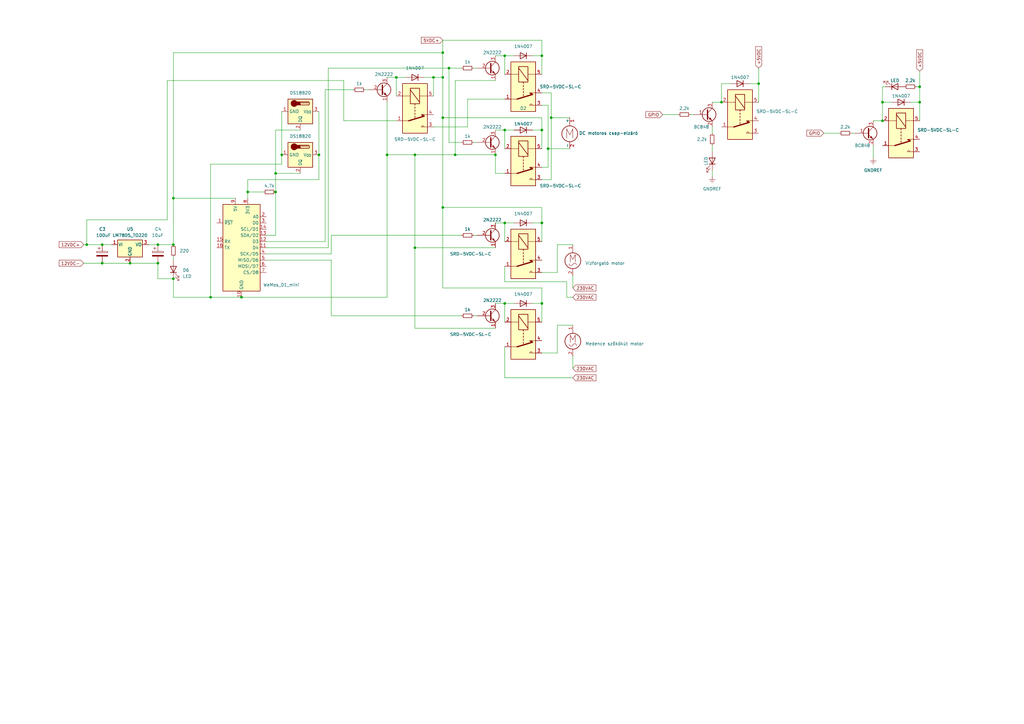
<source format=kicad_sch>
(kicad_sch (version 20230121) (generator eeschema)
  (paper "A3")
  (lib_symbols
    (symbol "Device:C_Polarized" (pin_numbers hide) (pin_names (offset 0.254))
      (property "Reference" "C" (at 0.635 2.54 0))
      (property "Value" "C_Polarized" (at 0.635 -2.54 0))
      (symbol "C_Polarized_0_1"
        (rectangle (start -2.286 0.508) (end 2.286 1.016))
        (polyline (pts (xy -1.778 2.286) (xy -0.762 2.286)))
        (polyline (pts (xy -1.27 2.794) (xy -1.27 1.778)))
        (rectangle (start 2.286 -0.508) (end -2.286 -1.016) (fill (type outline)))
      )
      (symbol "C_Polarized_1_1"
        (pin passive line (at 0 3.81 270) (length 2.794) (name "~") (number "1"))
        (pin passive line (at 0 -3.81 90) (length 2.794) (name "~") (number "2"))
      )
    )
    (symbol "Device:LED" (pin_numbers hide) (pin_names (offset 1.016) hide)
      (property "Reference" "D" (at 0 2.54 0))
      (property "Value" "LED" (at 0 -2.54 0))
      (symbol "LED_0_1"
        (polyline (pts (xy -1.27 -1.27) (xy -1.27 1.27)) (stroke (width 0.254)))
        (polyline (pts (xy -1.27 0) (xy 1.27 0)))
        (polyline (pts (xy 1.27 -1.27) (xy 1.27 1.27) (xy -1.27 0) (xy 1.27 -1.27)) (stroke (width 0.254)))
        (polyline (pts (xy -3.048 -0.762) (xy -4.572 -2.286) (xy -3.81 -2.286) (xy -4.572 -2.286) (xy -4.572 -1.524)))
        (polyline (pts (xy -1.778 -0.762) (xy -3.302 -2.286) (xy -2.54 -2.286) (xy -3.302 -2.286) (xy -3.302 -1.524)))
      )
      (symbol "LED_1_1"
        (pin passive line (at -3.81 0 0) (length 2.54) (name "K") (number "1"))
        (pin passive line (at 3.81 0 180) (length 2.54) (name "A") (number "2"))
      )
    )
    (symbol "Device:R_Small" (pin_numbers hide) (pin_names (offset 0.254) hide)
      (property "Reference" "R" (at 0.762 0.508 0))
      (property "Value" "R_Small" (at 0.762 -1.016 0))
      (symbol "R_Small_0_1"
        (rectangle (start -0.762 1.778) (end 0.762 -1.778) (stroke (width 0.2032)))
      )
      (symbol "R_Small_1_1"
        (pin passive line (at 0 2.54 270) (length 0.762) (name "~") (number "1"))
        (pin passive line (at 0 -2.54 90) (length 0.762) (name "~") (number "2"))
      )
    )
    (symbol "Diode:1N4007" (pin_numbers hide) (pin_names hide)
      (property "Reference" "D" (at 0 2.54 0))
      (property "Value" "1N4007" (at 0 -2.54 0))
      (symbol "1N4007_0_1"
        (polyline (pts (xy -1.27 1.27) (xy -1.27 -1.27)) (stroke (width 0.254)))
        (polyline (pts (xy 1.27 0) (xy -1.27 0)))
        (polyline (pts (xy 1.27 1.27) (xy 1.27 -1.27) (xy -1.27 0) (xy 1.27 1.27)) (stroke (width 0.254)))
      )
      (symbol "1N4007_1_1"
        (pin passive line (at -3.81 0 0) (length 2.54) (name "K") (number "1"))
        (pin passive line (at 3.81 0 180) (length 2.54) (name "A") (number "2"))
      )
    )
    (symbol "MCU_Module:WeMos_D1_mini"
      (property "Reference" "U" (at 3.81 19.05 0))
      (property "Value" "WeMos_D1_mini" (at 1.27 -19.05 0))
      (symbol "WeMos_D1_mini_1_1"
        (rectangle (start -7.62 17.78) (end 7.62 -17.78) (stroke (width 0.254)) (fill (type background)))
        (pin input line (at -10.16 10.16 0) (length 2.54) (name "~{RST}") (number "1"))
        (pin power_in line (at 0 -20.32 90) (length 2.54) (name "GND") (number "10"))
        (pin bidirectional line (at 10.16 0 180) (length 2.54) (name "D4") (number "11"))
        (pin bidirectional line (at 10.16 2.54 180) (length 2.54) (name "D3") (number "12"))
        (pin bidirectional line (at 10.16 5.08 180) (length 2.54) (name "SDA/D2") (number "13"))
        (pin bidirectional line (at 10.16 7.62 180) (length 2.54) (name "SCL/D1") (number "14"))
        (pin input line (at -10.16 2.54 0) (length 2.54) (name "RX") (number "15"))
        (pin output line (at -10.16 0 0) (length 2.54) (name "TX") (number "16"))
        (pin input line (at 10.16 12.7 180) (length 2.54) (name "A0") (number "2"))
        (pin bidirectional line (at 10.16 10.16 180) (length 2.54) (name "D0") (number "3"))
        (pin bidirectional line (at 10.16 -2.54 180) (length 2.54) (name "SCK/D5") (number "4"))
        (pin bidirectional line (at 10.16 -5.08 180) (length 2.54) (name "MISO/D6") (number "5"))
        (pin bidirectional line (at 10.16 -7.62 180) (length 2.54) (name "MOSI/D7") (number "6"))
        (pin bidirectional line (at 10.16 -10.16 180) (length 2.54) (name "CS/D8") (number "7"))
        (pin power_out line (at 2.54 20.32 270) (length 2.54) (name "3V3") (number "8"))
        (pin power_in line (at -2.54 20.32 270) (length 2.54) (name "5V") (number "9"))
      )
    )
    (symbol "Motor:Motor_AC" (pin_names (offset 0))
      (property "Reference" "M" (at 2.54 2.54 0))
      (property "Value" "Motor_AC" (at 2.54 -5.08 0))
      (symbol "Motor_AC_0_0"
        (arc (start -1.524 -2.794) (mid -0.8654 -3.5217) (end 0 -3.048))
        (polyline (pts (xy -1.016 -2.032) (xy -1.016 1.016) (xy 0 -1.016) (xy 1.016 1.016) (xy 1.016 -2.032)))
        (arc (start 1.524 -3.302) (mid 0.85 -2.5503) (end 0 -3.048))
      )
      (symbol "Motor_AC_0_1"
        (circle (center 0 -1.524) (radius 3.2512) (stroke (width 0.254)))
        (polyline (pts (xy 0 -7.62) (xy 0 -7.112)))
        (polyline (pts (xy 0 -4.7752) (xy 0 -5.1816)))
        (polyline (pts (xy 0 1.7272) (xy 0 2.0828)))
        (polyline (pts (xy 0 2.032) (xy 0 2.54)))
      )
      (symbol "Motor_AC_1_1"
        (pin passive line (at 0 5.08 270) (length 2.54) (name "~") (number "1"))
        (pin passive line (at 0 -7.62 90) (length 2.54) (name "~") (number "2"))
      )
    )
    (symbol "Motor:Motor_DC" (pin_names (offset 0))
      (property "Reference" "M" (at 2.54 2.54 0))
      (property "Value" "Motor_DC" (at 2.54 -5.08 0))
      (symbol "Motor_DC_0_0"
        (polyline (pts (xy -1.27 -3.302) (xy -1.27 0.508) (xy 0 -2.032) (xy 1.27 0.508) (xy 1.27 -3.302)))
      )
      (symbol "Motor_DC_0_1"
        (circle (center 0 -1.524) (radius 3.2512) (stroke (width 0.254)))
        (polyline (pts (xy 0 -7.62) (xy 0 -7.112)))
        (polyline (pts (xy 0 -4.7752) (xy 0 -5.1816)))
        (polyline (pts (xy 0 1.7272) (xy 0 2.0828)))
        (polyline (pts (xy 0 2.032) (xy 0 2.54)))
      )
      (symbol "Motor_DC_1_1"
        (pin passive line (at 0 5.08 270) (length 2.54) (name "+") (number "1"))
        (pin passive line (at 0 -7.62 90) (length 2.54) (name "-") (number "2"))
      )
    )
    (symbol "Regulator_Linear:LM7805_TO220" (pin_names (offset 0.254))
      (property "Reference" "U" (at -3.81 3.175 0))
      (property "Value" "LM7805_TO220" (at 0 3.175 0))
      (symbol "LM7805_TO220_0_1"
        (rectangle (start -5.08 1.905) (end 5.08 -5.08) (stroke (width 0.254)) (fill (type background)))
      )
      (symbol "LM7805_TO220_1_1"
        (pin power_in line (at -7.62 0 0) (length 2.54) (name "VI") (number "1"))
        (pin power_in line (at 0 -7.62 90) (length 2.54) (name "GND") (number "2"))
        (pin power_out line (at 7.62 0 180) (length 2.54) (name "VO") (number "3"))
      )
    )
    (symbol "Relay:SANYOU_SRD_Form_C"
      (property "Reference" "K" (at 11.43 3.81 0))
      (property "Value" "SANYOU_SRD_Form_C" (at 11.43 1.27 0))
      (symbol "SANYOU_SRD_Form_C_0_0"
        (polyline (pts (xy 7.62 5.08) (xy 7.62 2.54) (xy 6.985 3.175) (xy 7.62 3.81)))
      )
      (symbol "SANYOU_SRD_Form_C_0_1"
        (rectangle (start -10.16 5.08) (end 10.16 -5.08) (stroke (width 0.254)) (fill (type background)))
        (rectangle (start -8.255 1.905) (end -1.905 -1.905) (stroke (width 0.254)))
        (polyline (pts (xy -7.62 -1.905) (xy -2.54 1.905)) (stroke (width 0.254)))
        (polyline (pts (xy -5.08 -5.08) (xy -5.08 -1.905)))
        (polyline (pts (xy -5.08 5.08) (xy -5.08 1.905)))
        (polyline (pts (xy -1.905 0) (xy -1.27 0)) (stroke (width 0.254)))
        (polyline (pts (xy -0.635 0) (xy 0 0)) (stroke (width 0.254)))
        (polyline (pts (xy 0.635 0) (xy 1.27 0)) (stroke (width 0.254)))
        (polyline (pts (xy 1.905 0) (xy 2.54 0)) (stroke (width 0.254)))
        (polyline (pts (xy 3.175 0) (xy 3.81 0)) (stroke (width 0.254)))
        (polyline (pts (xy 5.08 -2.54) (xy 3.175 3.81)) (stroke (width 0.508)))
        (polyline (pts (xy 5.08 -2.54) (xy 5.08 -5.08)))
      )
      (symbol "SANYOU_SRD_Form_C_1_1"
        (polyline (pts (xy 2.54 3.81) (xy 3.175 3.175) (xy 2.54 2.54) (xy 2.54 5.08)) (fill (type outline)))
        (pin passive line (at 5.08 -7.62 90) (length 2.54) (name "~") (number "1"))
        (pin passive line (at -5.08 -7.62 90) (length 2.54) (name "~") (number "2"))
        (pin passive line (at 7.62 7.62 270) (length 2.54) (name "~") (number "3"))
        (pin passive line (at 2.54 7.62 270) (length 2.54) (name "~") (number "4"))
        (pin passive line (at -5.08 7.62 270) (length 2.54) (name "~") (number "5"))
      )
    )
    (symbol "Sensor_Temperature:DS18B20"
      (property "Reference" "U" (at -3.81 6.35 0))
      (property "Value" "DS18B20" (at 6.35 6.35 0))
      (symbol "DS18B20_0_1"
        (rectangle (start -5.08 5.08) (end 5.08 -5.08) (stroke (width 0.254)) (fill (type background)))
        (circle (center -3.302 -2.54) (radius 1.27) (stroke (width 0.254)) (fill (type outline)))
        (rectangle (start -2.667 -1.905) (end -3.937 0) (stroke (width 0.254)) (fill (type outline)))
        (arc (start -2.667 3.175) (mid -3.302 3.8073) (end -3.937 3.175) (stroke (width 0.254)))
        (polyline (pts (xy -3.937 0.635) (xy -3.302 0.635)) (stroke (width 0.254)))
        (polyline (pts (xy -3.937 1.27) (xy -3.302 1.27)) (stroke (width 0.254)))
        (polyline (pts (xy -3.937 1.905) (xy -3.302 1.905)) (stroke (width 0.254)))
        (polyline (pts (xy -3.937 2.54) (xy -3.302 2.54)) (stroke (width 0.254)))
        (polyline (pts (xy -3.937 3.175) (xy -3.937 0)) (stroke (width 0.254)))
        (polyline (pts (xy -3.937 3.175) (xy -3.302 3.175)) (stroke (width 0.254)))
        (polyline (pts (xy -2.667 3.175) (xy -2.667 0)) (stroke (width 0.254)))
      )
      (symbol "DS18B20_1_1"
        (pin power_in line (at 0 -7.62 90) (length 2.54) (name "GND") (number "1"))
        (pin bidirectional line (at 7.62 0 180) (length 2.54) (name "DQ") (number "2"))
        (pin power_in line (at 0 7.62 270) (length 2.54) (name "V_{DD}") (number "3"))
      )
    )
    (symbol "Transistor_BJT:2N2219" (pin_names (offset 0) hide)
      (property "Reference" "Q" (at 5.08 1.905 0))
      (property "Value" "2N2219" (at 5.08 0 0))
      (symbol "2N2219_0_1"
        (polyline (pts (xy 0.635 0.635) (xy 2.54 2.54)))
        (polyline (pts (xy 0.635 -0.635) (xy 2.54 -2.54) (xy 2.54 -2.54)))
        (polyline (pts (xy 0.635 1.905) (xy 0.635 -1.905) (xy 0.635 -1.905)) (stroke (width 0.508)))
        (polyline (pts (xy 1.27 -1.778) (xy 1.778 -1.27) (xy 2.286 -2.286) (xy 1.27 -1.778) (xy 1.27 -1.778)) (fill (type outline)))
        (circle (center 1.27 0) (radius 2.8194) (stroke (width 0.254)))
      )
      (symbol "2N2219_1_1"
        (pin passive line (at 2.54 -5.08 90) (length 2.54) (name "E") (number "1"))
        (pin passive line (at -5.08 0 0) (length 5.715) (name "B") (number "2"))
        (pin passive line (at 2.54 5.08 270) (length 2.54) (name "C") (number "3"))
      )
    )
    (symbol "Transistor_BJT:BC848" (pin_names (offset 0) hide)
      (property "Reference" "Q" (at 5.08 1.905 0))
      (property "Value" "BC848" (at 5.08 0 0))
      (symbol "BC848_0_1"
        (polyline (pts (xy 0.635 0.635) (xy 2.54 2.54)))
        (polyline (pts (xy 0.635 -0.635) (xy 2.54 -2.54) (xy 2.54 -2.54)))
        (polyline (pts (xy 0.635 1.905) (xy 0.635 -1.905) (xy 0.635 -1.905)) (stroke (width 0.508)))
        (polyline (pts (xy 1.27 -1.778) (xy 1.778 -1.27) (xy 2.286 -2.286) (xy 1.27 -1.778) (xy 1.27 -1.778)) (fill (type outline)))
        (circle (center 1.27 0) (radius 2.8194) (stroke (width 0.254)))
      )
      (symbol "BC848_1_1"
        (pin input line (at -5.08 0 0) (length 5.715) (name "B") (number "1"))
        (pin passive line (at 2.54 -5.08 90) (length 2.54) (name "E") (number "2"))
        (pin passive line (at 2.54 5.08 270) (length 2.54) (name "C") (number "3"))
      )
    )
    (symbol "power:GNDREF" (power) (pin_names (offset 0))
      (property "Value" "GNDREF" (at 0 -3.81 0))
      (symbol "GNDREF_0_1"
        (polyline (pts (xy -0.635 -1.905) (xy 0.635 -1.905)))
        (polyline (pts (xy -0.127 -2.54) (xy 0.127 -2.54)))
        (polyline (pts (xy 0 -1.27) (xy 0 0)))
        (polyline (pts (xy 1.27 -1.27) (xy -1.27 -1.27)))
      )
      (symbol "GNDREF_1_1"
        (pin power_in line (at 0 0 270) (length 0) hide (name "GNDREF") (number "1"))
      )
    )
  )
  (junction (at 86.36 121.92))
  (junction (at 99.06 121.92))
  (junction (at 222.25 91.44))
  (junction (at 207.01 53.34))
  (junction (at 181.61 31.75))
  (junction (at 184.15 27.94))
  (junction (at 207.01 22.86))
  (junction (at 35.56 100.33))
  (junction (at 170.18 101.6))
  (junction (at 113.03 78.74))
  (junction (at 222.25 53.34))
  (junction (at 162.56 31.75))
  (junction (at 71.12 100.33))
  (junction (at 181.61 48.26))
  (junction (at 207.01 124.46))
  (junction (at 53.34 107.95))
  (junction (at 222.25 124.46))
  (junction (at 377.19 41.91))
  (junction (at 64.77 107.95))
  (junction (at 181.61 21.59))
  (junction (at 226.06 48.26))
  (junction (at 115.57 63.5))
  (junction (at 181.61 85.09))
  (junction (at 361.95 41.91))
  (junction (at 71.12 81.28))
  (junction (at 224.79 60.96))
  (junction (at 41.91 100.33))
  (junction (at 170.18 63.5))
  (junction (at 113.03 71.12))
  (junction (at 377.19 35.56))
  (junction (at 295.91 41.91))
  (junction (at 186.69 63.5))
  (junction (at 207.01 91.44))
  (junction (at 361.95 49.53))
  (junction (at 311.15 34.29))
  (junction (at 177.8 31.75))
  (junction (at 203.2 63.5))
  (junction (at 41.91 107.95))
  (junction (at 158.75 63.5))
  (junction (at 222.25 22.86))
  (junction (at 101.6 78.74))
  (junction (at 64.77 100.33))
  (junction (at 71.12 114.3))
  (junction (at 130.81 63.5))
  (wire (pts (xy 189.23 58.42) (xy 184.15 58.42)))
  (wire (pts (xy 203.2 91.44) (xy 207.01 91.44)))
  (wire (pts (xy 60.96 100.33) (xy 64.77 100.33)))
  (wire (pts (xy 207.01 115.57) (xy 207.01 109.22)))
  (wire (pts (xy 177.8 31.75) (xy 173.99 31.75)))
  (wire (pts (xy 35.56 90.17) (xy 68.58 90.17)))
  (wire (pts (xy 207.01 142.24) (xy 207.01 154.94)))
  (wire (pts (xy 222.25 53.34) (xy 222.25 48.26)))
  (wire (pts (xy 218.44 124.46) (xy 222.25 124.46)))
  (wire (pts (xy 64.77 107.95) (xy 64.77 114.3)))
  (wire (pts (xy 203.2 124.46) (xy 207.01 124.46)))
  (wire (pts (xy 123.19 53.34) (xy 113.03 53.34)))
  (wire (pts (xy 363.22 35.56) (xy 361.95 35.56)))
  (wire (pts (xy 41.91 100.33) (xy 45.72 100.33)))
  (wire (pts (xy 130.81 63.5) (xy 130.81 73.66)))
  (wire (pts (xy 144.78 36.83) (xy 133.35 36.83)))
  (wire (pts (xy 41.91 107.95) (xy 53.34 107.95)))
  (wire (pts (xy 71.12 21.59) (xy 181.61 21.59)))
  (wire (pts (xy 358.14 49.53) (xy 361.95 49.53)))
  (wire (pts (xy 228.6 133.35) (xy 234.95 133.35)))
  (wire (pts (xy 134.62 27.94) (xy 134.62 101.6)))
  (wire (pts (xy 64.77 100.33) (xy 71.12 100.33)))
  (wire (pts (xy 203.2 53.34) (xy 207.01 53.34)))
  (wire (pts (xy 234.95 113.03) (xy 234.95 118.11)))
  (wire (pts (xy 207.01 124.46) (xy 210.82 124.46)))
  (wire (pts (xy 222.25 73.66) (xy 226.06 73.66)))
  (wire (pts (xy 133.35 36.83) (xy 133.35 99.06)))
  (wire (pts (xy 207.01 132.08) (xy 207.01 124.46)))
  (wire (pts (xy 222.25 91.44) (xy 218.44 91.44)))
  (wire (pts (xy 222.25 48.26) (xy 181.61 48.26)))
  (wire (pts (xy 113.03 96.52) (xy 113.03 78.74)))
  (wire (pts (xy 130.81 73.66) (xy 101.6 73.66)))
  (wire (pts (xy 140.97 33.02) (xy 140.97 49.53)))
  (wire (pts (xy 203.2 22.86) (xy 207.01 22.86)))
  (wire (pts (xy 71.12 81.28) (xy 71.12 21.59)))
  (wire (pts (xy 158.75 41.91) (xy 158.75 63.5)))
  (wire (pts (xy 115.57 45.72) (xy 115.57 63.5)))
  (wire (pts (xy 181.61 85.09) (xy 222.25 85.09)))
  (wire (pts (xy 101.6 78.74) (xy 107.95 78.74)))
  (wire (pts (xy 64.77 114.3) (xy 71.12 114.3)))
  (wire (pts (xy 222.25 144.78) (xy 228.6 144.78)))
  (wire (pts (xy 226.06 73.66) (xy 226.06 48.26)))
  (wire (pts (xy 135.89 129.54) (xy 135.89 106.68)))
  (wire (pts (xy 184.15 27.94) (xy 189.23 27.94)))
  (wire (pts (xy 99.06 121.92) (xy 86.36 121.92)))
  (wire (pts (xy 130.81 45.72) (xy 130.81 63.5)))
  (wire (pts (xy 71.12 81.28) (xy 71.12 100.33)))
  (wire (pts (xy 194.31 129.54) (xy 195.58 129.54)))
  (wire (pts (xy 194.31 27.94) (xy 195.58 27.94)))
  (wire (pts (xy 135.89 96.52) (xy 135.89 104.14)))
  (wire (pts (xy 222.25 85.09) (xy 222.25 91.44)))
  (wire (pts (xy 218.44 53.34) (xy 222.25 53.34)))
  (wire (pts (xy 207.01 154.94) (xy 234.95 154.94)))
  (wire (pts (xy 34.29 100.33) (xy 35.56 100.33)))
  (wire (pts (xy 377.19 35.56) (xy 377.19 41.91)))
  (wire (pts (xy 134.62 101.6) (xy 109.22 101.6)))
  (wire (pts (xy 158.75 31.75) (xy 162.56 31.75)))
  (wire (pts (xy 177.8 31.75) (xy 177.8 39.37)))
  (wire (pts (xy 307.34 34.29) (xy 311.15 34.29)))
  (wire (pts (xy 181.61 21.59) (xy 181.61 31.75)))
  (wire (pts (xy 207.01 22.86) (xy 210.82 22.86)))
  (wire (pts (xy 149.86 36.83) (xy 151.13 36.83)))
  (wire (pts (xy 109.22 96.52) (xy 113.03 96.52)))
  (wire (pts (xy 181.61 85.09) (xy 181.61 118.11)))
  (wire (pts (xy 361.95 49.53) (xy 361.95 41.91)))
  (wire (pts (xy 292.1 69.85) (xy 292.1 72.39)))
  (wire (pts (xy 162.56 39.37) (xy 162.56 31.75)))
  (wire (pts (xy 373.38 41.91) (xy 377.19 41.91)))
  (wire (pts (xy 35.56 100.33) (xy 41.91 100.33)))
  (wire (pts (xy 71.12 121.92) (xy 86.36 121.92)))
  (wire (pts (xy 232.41 121.92) (xy 232.41 115.57)))
  (wire (pts (xy 207.01 60.96) (xy 207.01 53.34)))
  (wire (pts (xy 194.31 58.42) (xy 195.58 58.42)))
  (wire (pts (xy 228.6 100.33) (xy 234.95 100.33)))
  (wire (pts (xy 71.12 105.41) (xy 71.12 106.68)))
  (wire (pts (xy 34.29 107.95) (xy 41.91 107.95)))
  (wire (pts (xy 222.25 118.11) (xy 222.25 124.46)))
  (wire (pts (xy 337.82 54.61) (xy 344.17 54.61)))
  (wire (pts (xy 292.1 52.07) (xy 292.1 54.61)))
  (wire (pts (xy 207.01 53.34) (xy 210.82 53.34)))
  (wire (pts (xy 271.78 46.99) (xy 278.13 46.99)))
  (wire (pts (xy 226.06 38.1) (xy 222.25 38.1)))
  (wire (pts (xy 115.57 63.5) (xy 115.57 67.31)))
  (wire (pts (xy 170.18 63.5) (xy 186.69 63.5)))
  (wire (pts (xy 101.6 73.66) (xy 101.6 78.74)))
  (wire (pts (xy 361.95 41.91) (xy 365.76 41.91)))
  (wire (pts (xy 222.25 60.96) (xy 222.25 53.34)))
  (wire (pts (xy 207.01 40.64) (xy 191.77 40.64)))
  (wire (pts (xy 203.2 71.12) (xy 203.2 63.5)))
  (wire (pts (xy 224.79 60.96) (xy 224.79 68.58)))
  (wire (pts (xy 358.14 59.69) (xy 358.14 64.77)))
  (wire (pts (xy 170.18 134.62) (xy 170.18 101.6)))
  (wire (pts (xy 71.12 81.28) (xy 96.52 81.28)))
  (wire (pts (xy 158.75 63.5) (xy 170.18 63.5)))
  (wire (pts (xy 234.95 121.92) (xy 232.41 121.92)))
  (wire (pts (xy 86.36 67.31) (xy 115.57 67.31)))
  (wire (pts (xy 207.01 99.06) (xy 207.01 91.44)))
  (wire (pts (xy 203.2 101.6) (xy 170.18 101.6)))
  (wire (pts (xy 207.01 91.44) (xy 210.82 91.44)))
  (wire (pts (xy 135.89 104.14) (xy 109.22 104.14)))
  (wire (pts (xy 186.69 33.02) (xy 186.69 63.5)))
  (wire (pts (xy 224.79 68.58) (xy 222.25 68.58)))
  (wire (pts (xy 35.56 100.33) (xy 35.56 90.17)))
  (wire (pts (xy 109.22 106.68) (xy 135.89 106.68)))
  (wire (pts (xy 228.6 111.76) (xy 228.6 100.33)))
  (wire (pts (xy 181.61 31.75) (xy 181.61 48.26)))
  (wire (pts (xy 191.77 52.07) (xy 177.8 52.07)))
  (wire (pts (xy 295.91 41.91) (xy 295.91 34.29)))
  (wire (pts (xy 377.19 29.21) (xy 377.19 35.56)))
  (wire (pts (xy 226.06 48.26) (xy 233.68 48.26)))
  (wire (pts (xy 186.69 33.02) (xy 203.2 33.02)))
  (wire (pts (xy 203.2 134.62) (xy 170.18 134.62)))
  (wire (pts (xy 295.91 34.29) (xy 299.72 34.29)))
  (wire (pts (xy 189.23 129.54) (xy 135.89 129.54)))
  (wire (pts (xy 283.21 46.99) (xy 284.48 46.99)))
  (wire (pts (xy 133.35 99.06) (xy 109.22 99.06)))
  (wire (pts (xy 207.01 71.12) (xy 203.2 71.12)))
  (wire (pts (xy 218.44 22.86) (xy 222.25 22.86)))
  (wire (pts (xy 177.8 31.75) (xy 181.61 31.75)))
  (wire (pts (xy 292.1 41.91) (xy 295.91 41.91)))
  (wire (pts (xy 228.6 144.78) (xy 228.6 133.35)))
  (wire (pts (xy 134.62 27.94) (xy 184.15 27.94)))
  (wire (pts (xy 226.06 48.26) (xy 226.06 38.1)))
  (wire (pts (xy 68.58 33.02) (xy 68.58 90.17)))
  (wire (pts (xy 158.75 121.92) (xy 158.75 63.5)))
  (wire (pts (xy 222.25 30.48) (xy 222.25 22.86)))
  (wire (pts (xy 68.58 33.02) (xy 140.97 33.02)))
  (wire (pts (xy 123.19 71.12) (xy 113.03 71.12)))
  (wire (pts (xy 222.25 111.76) (xy 228.6 111.76)))
  (wire (pts (xy 232.41 115.57) (xy 207.01 115.57)))
  (wire (pts (xy 224.79 43.18) (xy 224.79 60.96)))
  (wire (pts (xy 170.18 101.6) (xy 170.18 63.5)))
  (wire (pts (xy 311.15 27.94) (xy 311.15 34.29)))
  (wire (pts (xy 207.01 30.48) (xy 207.01 22.86)))
  (wire (pts (xy 311.15 34.29) (xy 311.15 41.91)))
  (wire (pts (xy 140.97 49.53) (xy 162.56 49.53)))
  (wire (pts (xy 181.61 48.26) (xy 181.61 85.09)))
  (wire (pts (xy 101.6 81.28) (xy 101.6 78.74)))
  (wire (pts (xy 184.15 58.42) (xy 184.15 27.94)))
  (wire (pts (xy 194.31 96.52) (xy 195.58 96.52)))
  (wire (pts (xy 162.56 31.75) (xy 166.37 31.75)))
  (wire (pts (xy 135.89 96.52) (xy 189.23 96.52)))
  (wire (pts (xy 181.61 16.51) (xy 181.61 21.59)))
  (wire (pts (xy 181.61 118.11) (xy 222.25 118.11)))
  (wire (pts (xy 113.03 53.34) (xy 113.03 71.12)))
  (wire (pts (xy 377.19 41.91) (xy 377.19 49.53)))
  (wire (pts (xy 99.06 121.92) (xy 158.75 121.92)))
  (wire (pts (xy 222.25 43.18) (xy 224.79 43.18)))
  (wire (pts (xy 361.95 35.56) (xy 361.95 41.91)))
  (wire (pts (xy 292.1 59.69) (xy 292.1 62.23)))
  (wire (pts (xy 191.77 40.64) (xy 191.77 52.07)))
  (wire (pts (xy 349.25 54.61) (xy 350.52 54.61)))
  (wire (pts (xy 375.92 35.56) (xy 377.19 35.56)))
  (wire (pts (xy 53.34 107.95) (xy 64.77 107.95)))
  (wire (pts (xy 222.25 99.06) (xy 222.25 91.44)))
  (wire (pts (xy 224.79 60.96) (xy 233.68 60.96)))
  (wire (pts (xy 86.36 121.92) (xy 86.36 67.31)))
  (wire (pts (xy 222.25 22.86) (xy 222.25 16.51)))
  (wire (pts (xy 113.03 71.12) (xy 113.03 78.74)))
  (wire (pts (xy 186.69 63.5) (xy 203.2 63.5)))
  (wire (pts (xy 222.25 16.51) (xy 181.61 16.51)))
  (wire (pts (xy 71.12 114.3) (xy 71.12 121.92)))
  (wire (pts (xy 234.95 146.05) (xy 234.95 151.13)))
  (wire (pts (xy 222.25 124.46) (xy 222.25 132.08)))
  (global_label "GPIO" (shape input) (at 337.82 54.61 180) (property "Intersheetrefs" "${INTERSHEET_REFS}" (effects hide)))
  (global_label "GPIO" (shape input) (at 271.78 46.99 180) (property "Intersheetrefs" "${INTERSHEET_REFS}" (effects hide)))
  (global_label "+5VDC" (shape input) (at 311.15 27.94 90) (property "Intersheetrefs" "${INTERSHEET_REFS}" (effects hide)))
  (global_label "12VDC+" (shape input) (at 34.29 100.33 180) (property "Intersheetrefs" "${INTERSHEET_REFS}" (effects hide)))
  (global_label "12VDC-" (shape input) (at 34.29 107.95 180) (property "Intersheetrefs" "${INTERSHEET_REFS}" (effects hide)))
  (global_label "5VDC+" (shape input) (at 181.61 16.51 180) (property "Intersheetrefs" "${INTERSHEET_REFS}" (effects hide)))
  (global_label "230VAC" (shape input) (at 234.95 151.13 0) (property "Intersheetrefs" "${INTERSHEET_REFS}" (effects hide)))
  (global_label "230VAC" (shape input) (at 234.95 154.94 0) (property "Intersheetrefs" "${INTERSHEET_REFS}" (effects hide)))
  (global_label "230VAC" (shape input) (at 234.95 118.11 0) (property "Intersheetrefs" "${INTERSHEET_REFS}" (effects hide)))
  (global_label "230VAC" (shape input) (at 234.95 121.92 0) (property "Intersheetrefs" "${INTERSHEET_REFS}" (effects hide)))
  (global_label "+5VDC" (shape input) (at 377.19 29.21 90) (property "Intersheetrefs" "${INTERSHEET_REFS}" (effects hide)))
  (symbol (lib_id "Device:LED") (at 367.03 35.56 0) (mirror x) (unit 1)
    (property "Reference" "D8" (effects hide))
    (property "Value" "LED" (at 367.03 33.02 0))
  )
  (symbol (lib_id "Diode:1N4007") (at 369.57 41.91 180) (unit 1)
    (property "Reference" "D7" (effects hide))
    (property "Value" "1N4007" (at 369.57 39.37 0))
    (property "Footprint" "Diode_THT:D_DO-41_SOD81_P10.16mm_Horizontal" (effects hide))
    (property "Datasheet" "http://www.vishay.com/docs/88503/1n4001.pdf" (effects hide))
    (property "Sim.Device" "D" (effects hide))
    (property "Sim.Pins" "1=K 2=A" (effects hide))
  )
  (symbol (lib_id "Transistor_BJT:2N2219") (at 200.66 27.94 0) (unit 1)
    (property "Reference" "Q2" (effects hide))
    (property "Value" "2N2222" (at 198.12 21.59 0) (effects (justify left)))
    (property "Footprint" "Package_TO_SOT_THT:TO-39-3" (effects hide))
    (property "Datasheet" "http://www.onsemi.com/pub_link/Collateral/2N2219-D.PDF" (effects hide))
  )
  (symbol (lib_id "Transistor_BJT:2N2219") (at 200.66 129.54 0) (unit 1)
    (property "Reference" "Q5" (effects hide))
    (property "Value" "2N2222" (at 198.12 123.19 0) (effects (justify left)))
    (property "Footprint" "Package_TO_SOT_THT:TO-39-3" (effects hide))
    (property "Datasheet" "http://www.onsemi.com/pub_link/Collateral/2N2219-D.PDF" (effects hide))
  )
  (symbol (lib_id "Device:R_Small") (at 191.77 27.94 270) (unit 1)
    (property "Reference" "R2" (effects hide))
    (property "Value" "1k" (at 191.77 25.4 90))
  )
  (symbol (lib_id "Relay:SANYOU_SRD_Form_C") (at 170.18 44.45 270) (unit 1)
    (property "Reference" "K2" (effects hide))
    (property "Value" "SRD-5VDC-SL-C" (at 170.18 57.15 90))
    (property "Footprint" "Relay_THT:Relay_SPDT_SANYOU_SRD_Series_Form_C" (effects hide))
    (property "Datasheet" "http://www.sanyourelay.ca/public/products/pdf/SRD.pdf" (effects hide))
  )
  (symbol (lib_id "Relay:SANYOU_SRD_Form_C") (at 214.63 137.16 270) (unit 1)
    (property "Reference" "K5" (effects hide))
    (property "Value" "SRD-5VDC-SL-C" (at 193.04 137.16 90))
    (property "Footprint" "Relay_THT:Relay_SPDT_SANYOU_SRD_Series_Form_C" (effects hide))
    (property "Datasheet" "http://www.sanyourelay.ca/public/products/pdf/SRD.pdf" (effects hide))
  )
  (symbol (lib_id "Motor:Motor_DC") (at 233.68 53.34 0) (unit 1)
    (property "Reference" "M1" (effects hide))
    (property "Value" "DC motoros csap-elzáró" (at 237.49 54.61 0) (effects (justify left)))
  )
  (symbol (lib_id "Transistor_BJT:2N2219") (at 200.66 58.42 0) (unit 1)
    (property "Reference" "Q1" (effects hide))
    (property "Value" "2N2222" (at 198.12 52.07 0) (effects (justify left)))
    (property "Footprint" "Package_TO_SOT_THT:TO-39-3" (effects hide))
    (property "Datasheet" "http://www.onsemi.com/pub_link/Collateral/2N2219-D.PDF" (effects hide))
  )
  (symbol (lib_id "Relay:SANYOU_SRD_Form_C") (at 214.63 104.14 270) (unit 1)
    (property "Reference" "K4" (effects hide))
    (property "Value" "SRD-5VDC-SL-C" (at 193.04 104.14 90))
    (property "Footprint" "Relay_THT:Relay_SPDT_SANYOU_SRD_Series_Form_C" (effects hide))
    (property "Datasheet" "http://www.sanyourelay.ca/public/products/pdf/SRD.pdf" (effects hide))
  )
  (symbol (lib_id "Device:R_Small") (at 191.77 129.54 270) (unit 1)
    (property "Reference" "R6" (effects hide))
    (property "Value" "1k" (at 191.77 127 90))
  )
  (symbol (lib_id "Transistor_BJT:2N2219") (at 156.21 36.83 0) (unit 1)
    (property "Reference" "Q3" (effects hide))
    (property "Value" "2N2222" (at 153.67 30.48 0) (effects (justify left)))
    (property "Footprint" "Package_TO_SOT_THT:TO-39-3" (effects hide))
    (property "Datasheet" "http://www.onsemi.com/pub_link/Collateral/2N2219-D.PDF" (effects hide))
  )
  (symbol (lib_id "Diode:1N4007") (at 214.63 22.86 180) (unit 1)
    (property "Reference" "D1" (effects hide))
    (property "Value" "1N4007" (at 214.63 19.05 0))
    (property "Footprint" "Diode_THT:D_DO-41_SOD81_P10.16mm_Horizontal" (effects hide))
    (property "Datasheet" "http://www.vishay.com/docs/88503/1n4001.pdf" (effects hide))
    (property "Sim.Device" "D" (effects hide))
    (property "Sim.Pins" "1=K 2=A" (effects hide))
  )
  (symbol (lib_id "Diode:1N4007") (at 214.63 53.34 180) (unit 1)
    (property "Reference" "D2" (at 214.63 44.45 0))
    (property "Value" "1N4007" (at 214.63 50.8 0))
    (property "Footprint" "Diode_THT:D_DO-41_SOD81_P10.16mm_Horizontal" (effects hide))
    (property "Datasheet" "http://www.vishay.com/docs/88503/1n4001.pdf" (effects hide))
    (property "Sim.Device" "D" (effects hide))
    (property "Sim.Pins" "1=K 2=A" (effects hide))
  )
  (symbol (lib_id "Device:R_Small") (at 292.1 57.15 180) (unit 1)
    (property "Reference" "R11" (effects hide))
    (property "Value" "2,2k" (at 285.75 57.15 0) (effects (justify right)))
  )
  (symbol (lib_id "Transistor_BJT:BC848") (at 289.56 46.99 0) (unit 1)
    (property "Reference" "Q7" (effects hide))
    (property "Value" "BC848" (at 284.48 52.07 0) (effects (justify left)))
    (property "Footprint" "Package_TO_SOT_SMD:SOT-23" (effects hide))
    (property "Datasheet" "http://www.infineon.com/dgdl/Infineon-BC847SERIES_BC848SERIES_BC849SERIES_BC850SERIES-DS-v01_01-en.pdf?fileId=db3a304314dca389011541d4630a1657" (effects hide))
  )
  (symbol (lib_id "Relay:SANYOU_SRD_Form_C") (at 214.63 35.56 270) (unit 1)
    (property "Reference" "K3" (effects hide))
    (property "Value" "SRD-5VDC-SL-C" (at 229.87 35.56 90))
    (property "Footprint" "Relay_THT:Relay_SPDT_SANYOU_SRD_Series_Form_C" (effects hide))
    (property "Datasheet" "http://www.sanyourelay.ca/public/products/pdf/SRD.pdf" (effects hide))
  )
  (symbol (lib_id "power:GNDREF") (at 358.14 64.77 0) (unit 1)
    (property "Reference" "#PWR01" (effects hide))
    (property "Value" "GNDREF" (at 358.14 69.85 0))
  )
  (symbol (lib_id "Transistor_BJT:2N2219") (at 200.66 96.52 0) (unit 1)
    (property "Reference" "Q4" (effects hide))
    (property "Value" "2N2222" (at 198.12 90.17 0) (effects (justify left)))
    (property "Footprint" "Package_TO_SOT_THT:TO-39-3" (effects hide))
    (property "Datasheet" "http://www.onsemi.com/pub_link/Collateral/2N2219-D.PDF" (effects hide))
  )
  (symbol (lib_id "Relay:SANYOU_SRD_Form_C") (at 369.57 54.61 270) (unit 1)
    (property "Reference" "K6" (effects hide))
    (property "Value" "SRD-5VDC-SL-C" (at 384.81 53.34 90))
    (property "Footprint" "Relay_THT:Relay_SPDT_SANYOU_SRD_Series_Form_C" (effects hide))
    (property "Datasheet" "http://www.sanyourelay.ca/public/products/pdf/SRD.pdf" (effects hide))
  )
  (symbol (lib_id "Transistor_BJT:BC848") (at 355.6 54.61 0) (unit 1)
    (property "Reference" "Q6" (effects hide))
    (property "Value" "BC848" (at 350.52 59.69 0) (effects (justify left)))
    (property "Footprint" "Package_TO_SOT_SMD:SOT-23" (effects hide))
    (property "Datasheet" "http://www.infineon.com/dgdl/Infineon-BC847SERIES_BC848SERIES_BC849SERIES_BC850SERIES-DS-v01_01-en.pdf?fileId=db3a304314dca389011541d4630a1657" (effects hide))
  )
  (symbol (lib_id "Device:R_Small") (at 191.77 58.42 270) (unit 1)
    (property "Reference" "R1" (effects hide))
    (property "Value" "1k" (at 191.77 55.88 90))
  )
  (symbol (lib_id "Device:R_Small") (at 147.32 36.83 270) (unit 1)
    (property "Reference" "R3" (effects hide))
    (property "Value" "1k" (at 147.32 34.29 90))
  )
  (symbol (lib_id "Device:R_Small") (at 346.71 54.61 90) (unit 1)
    (property "Reference" "R9" (effects hide))
    (property "Value" "2,2k" (at 346.71 52.07 90))
  )
  (symbol (lib_id "Device:R_Small") (at 280.67 46.99 90) (unit 1)
    (property "Reference" "R10" (effects hide))
    (property "Value" "2,2k" (at 280.67 44.45 90))
  )
  (symbol (lib_id "Diode:1N4007") (at 303.53 34.29 180) (unit 1)
    (property "Reference" "D10" (effects hide))
    (property "Value" "1N4007" (at 303.53 31.75 0))
    (property "Footprint" "Diode_THT:D_DO-41_SOD81_P10.16mm_Horizontal" (effects hide))
    (property "Datasheet" "http://www.vishay.com/docs/88503/1n4001.pdf" (effects hide))
    (property "Sim.Device" "D" (effects hide))
    (property "Sim.Pins" "1=K 2=A" (effects hide))
  )
  (symbol (lib_id "Sensor_Temperature:DS18B20") (at 123.19 63.5 270) (unit 1)
    (property "Reference" "U2" (effects hide))
    (property "Value" "DS18B20" (at 123.19 55.88 90))
    (property "Footprint" "Package_TO_SOT_THT:TO-92_Inline" (effects hide))
    (property "Datasheet" "http://datasheets.maximintegrated.com/en/ds/DS18B20.pdf" (effects hide))
  )
  (symbol (lib_id "Device:R_Small") (at 71.12 102.87 180) (unit 1)
    (property "Reference" "R7" (effects hide))
    (property "Value" "220" (at 73.66 102.87 0) (effects (justify right)))
  )
  (symbol (lib_id "Relay:SANYOU_SRD_Form_C") (at 214.63 66.04 270) (unit 1)
    (property "Reference" "K1" (effects hide))
    (property "Value" "SRD-5VDC-SL-C" (at 229.87 76.2 90))
    (property "Footprint" "Relay_THT:Relay_SPDT_SANYOU_SRD_Series_Form_C" (effects hide))
    (property "Datasheet" "http://www.sanyourelay.ca/public/products/pdf/SRD.pdf" (effects hide))
  )
  (symbol (lib_id "Regulator_Linear:LM7805_TO220") (at 53.34 100.33 0) (unit 1)
    (property "Reference" "U5" (at 53.34 93.98 0))
    (property "Value" "LM7805_TO220" (at 53.34 96.52 0))
    (property "Footprint" "Package_TO_SOT_THT:TO-220-3_Vertical" (effects hide))
    (property "Datasheet" "https://www.onsemi.cn/PowerSolutions/document/MC7800-D.PDF" (effects hide))
  )
  (symbol (lib_id "Motor:Motor_AC") (at 234.95 138.43 0) (unit 1)
    (property "Reference" "M3" (effects hide))
    (property "Value" "Medence szökőkút motor" (at 240.03 140.97 0) (effects (justify left)))
  )
  (symbol (lib_id "Device:C_Polarized") (at 41.91 104.14 0) (unit 1)
    (property "Reference" "C3" (at 40.64 93.98 0) (effects (justify left)))
    (property "Value" "100uF" (at 39.37 96.52 0) (effects (justify left)))
  )
  (symbol (lib_id "Device:C_Polarized") (at 64.77 104.14 0) (unit 1)
    (property "Reference" "C4" (at 63.5 93.98 0) (effects (justify left)))
    (property "Value" "10uF" (at 62.23 96.52 0) (effects (justify left)))
  )
  (symbol (lib_id "Device:LED") (at 71.12 110.49 90) (unit 1)
    (property "Reference" "D6" (at 74.93 110.8075 90) (effects (justify right)))
    (property "Value" "LED" (at 74.93 113.3475 90) (effects (justify right)))
  )
  (symbol (lib_id "Diode:1N4007") (at 214.63 91.44 180) (unit 1)
    (property "Reference" "D4" (effects hide))
    (property "Value" "1N4007" (at 214.63 87.63 0))
    (property "Footprint" "Diode_THT:D_DO-41_SOD81_P10.16mm_Horizontal" (effects hide))
    (property "Datasheet" "http://www.vishay.com/docs/88503/1n4001.pdf" (effects hide))
    (property "Sim.Device" "D" (effects hide))
    (property "Sim.Pins" "1=K 2=A" (effects hide))
  )
  (symbol (lib_id "Device:R_Small") (at 191.77 96.52 270) (unit 1)
    (property "Reference" "R5" (effects hide))
    (property "Value" "1k" (at 191.77 93.98 90))
  )
  (symbol (lib_id "Motor:Motor_AC") (at 234.95 105.41 0) (unit 1)
    (property "Reference" "M2" (effects hide))
    (property "Value" "Vízforgató motor" (at 240.03 107.95 0) (effects (justify left)))
  )
  (symbol (lib_id "Device:LED") (at 292.1 66.04 270) (mirror x) (unit 1)
    (property "Reference" "D9" (effects hide))
    (property "Value" "LED" (at 289.56 66.04 0))
  )
  (symbol (lib_id "Sensor_Temperature:DS18B20") (at 123.19 45.72 270) (unit 1)
    (property "Reference" "U3" (effects hide))
    (property "Value" "DS18B20" (at 123.19 38.1 90))
    (property "Footprint" "Package_TO_SOT_THT:TO-92_Inline" (effects hide))
    (property "Datasheet" "http://datasheets.maximintegrated.com/en/ds/DS18B20.pdf" (effects hide))
  )
  (symbol (lib_id "Diode:1N4007") (at 214.63 124.46 180) (unit 1)
    (property "Reference" "D5" (effects hide))
    (property "Value" "1N4007" (at 214.63 120.65 0))
    (property "Footprint" "Diode_THT:D_DO-41_SOD81_P10.16mm_Horizontal" (effects hide))
    (property "Datasheet" "http://www.vishay.com/docs/88503/1n4001.pdf" (effects hide))
    (property "Sim.Device" "D" (effects hide))
    (property "Sim.Pins" "1=K 2=A" (effects hide))
  )
  (symbol (lib_id "power:GNDREF") (at 292.1 72.39 0) (unit 1)
    (property "Reference" "#PWR02" (effects hide))
    (property "Value" "GNDREF" (at 292.1 77.47 0))
  )
  (symbol (lib_id "Device:R_Small") (at 110.49 78.74 270) (unit 1)
    (property "Reference" "R4" (effects hide))
    (property "Value" "4,7k" (at 110.49 76.2 90))
  )
  (symbol (lib_id "Diode:1N4007") (at 170.18 31.75 180) (unit 1)
    (property "Reference" "D3" (effects hide))
    (property "Value" "1N4007" (at 170.18 27.94 0))
    (property "Footprint" "Diode_THT:D_DO-41_SOD81_P10.16mm_Horizontal" (effects hide))
    (property "Datasheet" "http://www.vishay.com/docs/88503/1n4001.pdf" (effects hide))
    (property "Sim.Device" "D" (effects hide))
    (property "Sim.Pins" "1=K 2=A" (effects hide))
  )
  (symbol (lib_id "Relay:SANYOU_SRD_Form_C") (at 303.53 46.99 270) (unit 1)
    (property "Reference" "K7" (effects hide))
    (property "Value" "SRD-5VDC-SL-C" (at 318.77 45.72 90))
    (property "Footprint" "Relay_THT:Relay_SPDT_SANYOU_SRD_Series_Form_C" (effects hide))
    (property "Datasheet" "http://www.sanyourelay.ca/public/products/pdf/SRD.pdf" (effects hide))
  )
  (symbol (lib_id "MCU_Module:WeMos_D1_mini") (at 99.06 101.6 0) (unit 1)
    (property "Reference" "U1" (effects hide))
    (property "Value" "WeMos_D1_mini" (at 107.95 116.84 0) (effects (justify left)))
    (property "Footprint" "Module:WEMOS_D1_mini_light" (effects hide))
    (property "Datasheet" "https://wiki.wemos.cc/products:d1:d1_mini#documentation" (effects hide))
  )
  (symbol (lib_id "Device:R_Small") (at 373.38 35.56 90) (unit 1)
    (property "Reference" "R8" (effects hide))
    (property "Value" "2,2k" (at 373.38 33.02 90))
  )
)
</source>
